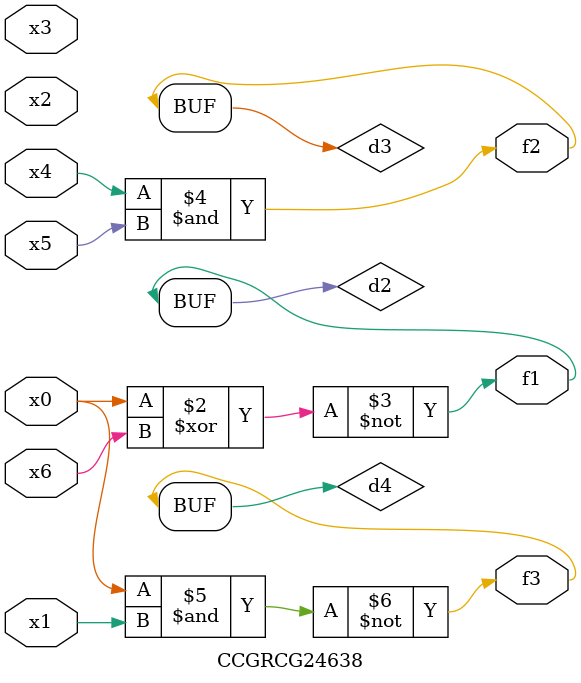
<source format=v>
module CCGRCG24638(
	input x0, x1, x2, x3, x4, x5, x6,
	output f1, f2, f3
);

	wire d1, d2, d3, d4;

	nor (d1, x0);
	xnor (d2, x0, x6);
	and (d3, x4, x5);
	nand (d4, x0, x1);
	assign f1 = d2;
	assign f2 = d3;
	assign f3 = d4;
endmodule

</source>
